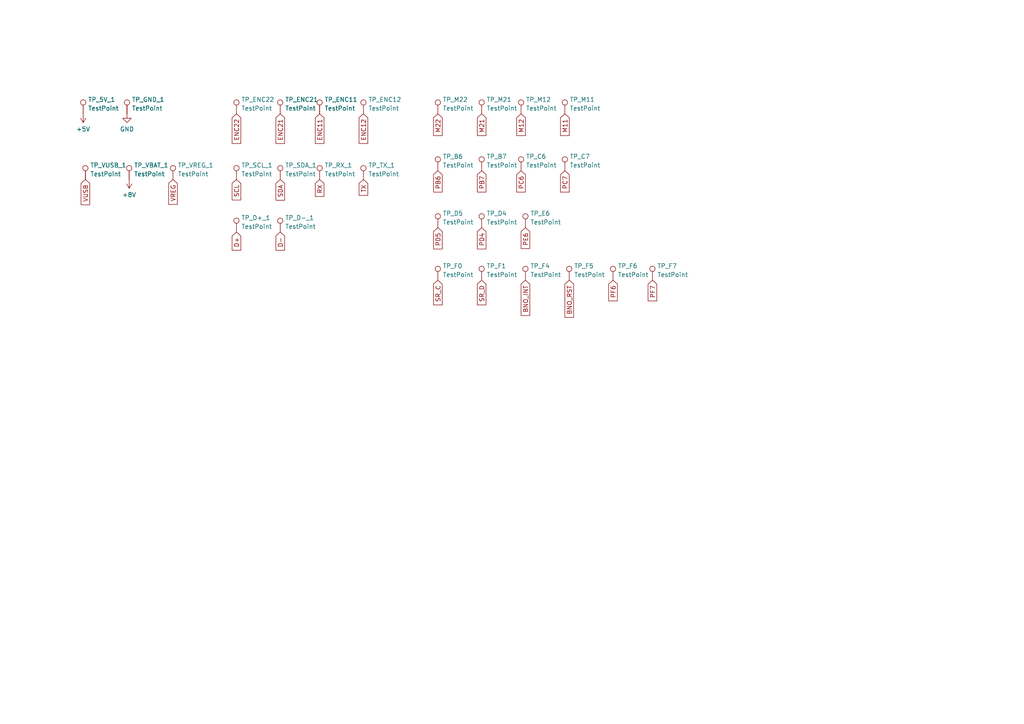
<source format=kicad_sch>
(kicad_sch (version 20211123) (generator eeschema)
  (paper "A4")
  (lib_symbols
    (symbol "Connector:TestPoint" (pin_numbers hide) (pin_names (offset 0.762) hide)
      (property "Reference" "TP" (at 0 6.858 0))
      (property "Value" "TestPoint" (at 0 5.08 0))
      (symbol "TestPoint_0_1"
        (circle (center 0 3.302) (radius 0.762))
      )
      (symbol "TestPoint_1_1"
        (pin passive line (at 0 0 90) (length 2.54) (name "1") (number "1"))
      )
    )
    (symbol "power:+5V" (power) (pin_names (offset 0))
      (property "Value" "+5V" (at 0 3.556 0))
      (symbol "+5V_0_1"
        (polyline (pts (xy -0.762 1.27) (xy 0 2.54)))
        (polyline (pts (xy 0 0) (xy 0 2.54)))
        (polyline (pts (xy 0 2.54) (xy 0.762 1.27)))
      )
      (symbol "+5V_1_1"
        (pin power_in line (at 0 0 90) (length 0) hide (name "+5V") (number "1"))
      )
    )
    (symbol "power:+8V" (power) (pin_names (offset 0))
      (property "Value" "+8V" (at 0 3.556 0))
      (symbol "+8V_0_1"
        (polyline (pts (xy -0.762 1.27) (xy 0 2.54)))
        (polyline (pts (xy 0 0) (xy 0 2.54)))
        (polyline (pts (xy 0 2.54) (xy 0.762 1.27)))
      )
      (symbol "+8V_1_1"
        (pin power_in line (at 0 0 90) (length 0) hide (name "+8V") (number "1"))
      )
    )
    (symbol "power:GND" (power) (pin_names (offset 0))
      (property "Value" "GND" (at 0 -3.81 0))
      (symbol "GND_0_1"
        (polyline (pts (xy 0 0) (xy 0 -1.27) (xy 1.27 -1.27) (xy 0 -2.54) (xy -1.27 -1.27) (xy 0 -1.27)))
      )
      (symbol "GND_1_1"
        (pin power_in line (at 0 0 270) (length 0) hide (name "GND") (number "1"))
      )
    )
  )
  (global_label "M22" (shape input) (at 127 33.02 270) (property "Intersheet References" "${INTERSHEET_REFS}" (effects hide)))
  (global_label "VREG" (shape input) (at 50.165 52.07 270) (property "Intersheet References" "${INTERSHEET_REFS}" (effects hide)))
  (global_label "SDA" (shape input) (at 81.28 52.07 270) (property "Intersheet References" "${INTERSHEET_REFS}" (effects hide)))
  (global_label "ENC21" (shape input) (at 81.28 33.02 270) (property "Intersheet References" "${INTERSHEET_REFS}" (effects hide)))
  (global_label "M21" (shape input) (at 139.7 33.02 270) (property "Intersheet References" "${INTERSHEET_REFS}" (effects hide)))
  (global_label "D+" (shape input) (at 68.58 67.31 270) (property "Intersheet References" "${INTERSHEET_REFS}" (effects hide)))
  (global_label "SCL" (shape input) (at 68.58 52.07 270) (property "Intersheet References" "${INTERSHEET_REFS}" (effects hide)))
  (global_label "PB7" (shape input) (at 139.7 49.53 270) (property "Intersheet References" "${INTERSHEET_REFS}" (effects hide)))
  (global_label "ENC11" (shape input) (at 92.71 33.02 270) (property "Intersheet References" "${INTERSHEET_REFS}" (effects hide)))
  (global_label "M11" (shape input) (at 163.83 33.02 270) (property "Intersheet References" "${INTERSHEET_REFS}" (effects hide)))
  (global_label "PC6" (shape input) (at 151.13 49.53 270) (property "Intersheet References" "${INTERSHEET_REFS}" (effects hide)))
  (global_label "D-" (shape input) (at 81.28 67.31 270) (property "Intersheet References" "${INTERSHEET_REFS}" (effects hide)))
  (global_label "ENC12" (shape input) (at 105.41 33.02 270) (property "Intersheet References" "${INTERSHEET_REFS}" (effects hide)))
  (global_label "PD5" (shape input) (at 127 66.04 270) (property "Intersheet References" "${INTERSHEET_REFS}" (effects hide)))
  (global_label "TX" (shape input) (at 105.41 52.07 270) (property "Intersheet References" "${INTERSHEET_REFS}" (effects hide)))
  (global_label "BNO_INT" (shape input) (at 152.4 81.28 270) (property "Intersheet References" "${INTERSHEET_REFS}" (effects hide)))
  (global_label "PC7" (shape input) (at 163.83 49.53 270) (property "Intersheet References" "${INTERSHEET_REFS}" (effects hide)))
  (global_label "VUSB" (shape input) (at 24.765 52.07 270) (property "Intersheet References" "${INTERSHEET_REFS}" (effects hide)))
  (global_label "PE6" (shape input) (at 152.4 66.04 270) (property "Intersheet References" "${INTERSHEET_REFS}" (effects hide)))
  (global_label "M12" (shape input) (at 151.13 33.02 270) (property "Intersheet References" "${INTERSHEET_REFS}" (effects hide)))
  (global_label "SR_C" (shape input) (at 127 81.28 270) (property "Intersheet References" "${INTERSHEET_REFS}" (effects hide)))
  (global_label "SR_D" (shape input) (at 139.7 81.28 270) (property "Intersheet References" "${INTERSHEET_REFS}" (effects hide)))
  (global_label "PB6" (shape input) (at 127 49.53 270) (property "Intersheet References" "${INTERSHEET_REFS}" (effects hide)))
  (global_label "PF7" (shape input) (at 189.23 81.28 270) (property "Intersheet References" "${INTERSHEET_REFS}" (effects hide)))
  (global_label "PD4" (shape input) (at 139.7 66.04 270) (property "Intersheet References" "${INTERSHEET_REFS}" (effects hide)))
  (global_label "ENC22" (shape input) (at 68.58 33.02 270) (property "Intersheet References" "${INTERSHEET_REFS}" (effects hide)))
  (global_label "BNO_RST" (shape input) (at 165.1 81.28 270) (property "Intersheet References" "${INTERSHEET_REFS}" (effects hide)))
  (global_label "PF6" (shape input) (at 177.8 81.28 270) (property "Intersheet References" "${INTERSHEET_REFS}" (effects hide)))
  (global_label "RX" (shape input) (at 92.71 52.07 270) (property "Intersheet References" "${INTERSHEET_REFS}" (effects hide)))
  (symbol (lib_id "Connector:TestPoint") (at 81.28 52.07 0) (unit 1)
    (property "Reference" "TP_SDA_1" (at 82.677 47.9333 0) (effects (justify left)))
    (property "Value" "TestPoint" (at 82.677 50.4702 0) (effects (justify left)))
    (property "Footprint" "TestPoint:TestPoint_Keystone_5005-5009_Compact" (effects hide))
  )
  (symbol (lib_id "Connector:TestPoint") (at 127 33.02 0) (unit 1)
    (property "Reference" "TP_M22" (at 128.397 28.8833 0) (effects (justify left)))
    (property "Value" "TestPoint" (at 128.397 31.4202 0) (effects (justify left)))
    (property "Footprint" "TestPoint:TestPoint_Keystone_5005-5009_Compact" (effects hide))
  )
  (symbol (lib_id "Connector:TestPoint") (at 92.71 33.02 0) (unit 1)
    (property "Reference" "TP_ENC11" (at 94.107 28.8833 0) (effects (justify left)))
    (property "Value" "TestPoint" (at 94.107 31.4202 0) (effects (justify left)))
    (property "Footprint" "TestPoint:TestPoint_Keystone_5005-5009_Compact" (effects hide))
  )
  (symbol (lib_id "Connector:TestPoint") (at 152.4 66.04 0) (unit 1)
    (property "Reference" "TP_E6" (at 153.797 61.9033 0) (effects (justify left)))
    (property "Value" "TestPoint" (at 153.797 64.4402 0) (effects (justify left)))
    (property "Footprint" "TestPoint:TestPoint_Keystone_5005-5009_Compact" (effects hide))
  )
  (symbol (lib_id "Connector:TestPoint") (at 151.13 33.02 0) (unit 1)
    (property "Reference" "TP_M12" (at 152.527 28.8833 0) (effects (justify left)))
    (property "Value" "TestPoint" (at 152.527 31.4202 0) (effects (justify left)))
    (property "Footprint" "TestPoint:TestPoint_Keystone_5005-5009_Compact" (effects hide))
  )
  (symbol (lib_id "Connector:TestPoint") (at 177.8 81.28 0) (unit 1)
    (property "Reference" "TP_F6" (at 179.197 77.1433 0) (effects (justify left)))
    (property "Value" "TestPoint" (at 179.197 79.6802 0) (effects (justify left)))
    (property "Footprint" "TestPoint:TestPoint_Keystone_5005-5009_Compact" (effects hide))
  )
  (symbol (lib_id "Connector:TestPoint") (at 50.165 52.07 0) (unit 1)
    (property "Reference" "TP_VREG_1" (at 51.562 47.9333 0) (effects (justify left)))
    (property "Value" "TestPoint" (at 51.562 50.4702 0) (effects (justify left)))
    (property "Footprint" "TestPoint:TestPoint_Keystone_5005-5009_Compact" (effects hide))
  )
  (symbol (lib_id "Connector:TestPoint") (at 139.7 33.02 0) (unit 1)
    (property "Reference" "TP_M21" (at 141.097 28.8833 0) (effects (justify left)))
    (property "Value" "TestPoint" (at 141.097 31.4202 0) (effects (justify left)))
    (property "Footprint" "TestPoint:TestPoint_Keystone_5005-5009_Compact" (effects hide))
  )
  (symbol (lib_id "Connector:TestPoint") (at 81.28 33.02 0) (unit 1)
    (property "Reference" "TP_ENC21" (at 82.677 28.8833 0) (effects (justify left)))
    (property "Value" "TestPoint" (at 82.677 31.4202 0) (effects (justify left)))
    (property "Footprint" "TestPoint:TestPoint_Keystone_5005-5009_Compact" (effects hide))
  )
  (symbol (lib_id "power:+5V") (at 24.13 33.02 180) (unit 1)
    (property "Reference" "#PWR0142" (effects hide))
    (property "Value" "+5V" (at 24.13 37.4634 0))
  )
  (symbol (lib_id "Connector:TestPoint") (at 127 81.28 0) (unit 1)
    (property "Reference" "TP_F0" (at 128.397 77.1433 0) (effects (justify left)))
    (property "Value" "TestPoint" (at 128.397 79.6802 0) (effects (justify left)))
    (property "Footprint" "TestPoint:TestPoint_Keystone_5005-5009_Compact" (effects hide))
  )
  (symbol (lib_id "Connector:TestPoint") (at 139.7 66.04 0) (unit 1)
    (property "Reference" "TP_D4" (at 141.097 61.9033 0) (effects (justify left)))
    (property "Value" "TestPoint" (at 141.097 64.4402 0) (effects (justify left)))
    (property "Footprint" "TestPoint:TestPoint_Keystone_5005-5009_Compact" (effects hide))
  )
  (symbol (lib_id "Connector:TestPoint") (at 68.58 52.07 0) (unit 1)
    (property "Reference" "TP_SCL_1" (at 69.977 47.9333 0) (effects (justify left)))
    (property "Value" "TestPoint" (at 69.977 50.4702 0) (effects (justify left)))
    (property "Footprint" "TestPoint:TestPoint_Keystone_5005-5009_Compact" (effects hide))
  )
  (symbol (lib_id "Connector:TestPoint") (at 36.83 33.02 0) (unit 1)
    (property "Reference" "TP_GND_1" (at 38.227 28.8833 0) (effects (justify left)))
    (property "Value" "TestPoint" (at 38.227 31.4202 0) (effects (justify left)))
    (property "Footprint" "TestPoint:TestPoint_Keystone_5005-5009_Compact" (effects hide))
  )
  (symbol (lib_id "Connector:TestPoint") (at 127 66.04 0) (unit 1)
    (property "Reference" "TP_D5" (at 128.397 61.9033 0) (effects (justify left)))
    (property "Value" "TestPoint" (at 128.397 64.4402 0) (effects (justify left)))
    (property "Footprint" "TestPoint:TestPoint_Keystone_5005-5009_Compact" (effects hide))
  )
  (symbol (lib_id "Connector:TestPoint") (at 105.41 52.07 0) (unit 1)
    (property "Reference" "TP_TX_1" (at 106.807 47.9333 0) (effects (justify left)))
    (property "Value" "TestPoint" (at 106.807 50.4702 0) (effects (justify left)))
    (property "Footprint" "TestPoint:TestPoint_Keystone_5005-5009_Compact" (effects hide))
  )
  (symbol (lib_id "Connector:TestPoint") (at 68.58 67.31 0) (unit 1)
    (property "Reference" "TP_D+_1" (at 69.977 63.1733 0) (effects (justify left)))
    (property "Value" "TestPoint" (at 69.977 65.7102 0) (effects (justify left)))
    (property "Footprint" "TestPoint:TestPoint_Keystone_5005-5009_Compact" (effects hide))
  )
  (symbol (lib_id "Connector:TestPoint") (at 152.4 81.28 0) (unit 1)
    (property "Reference" "TP_F4" (at 153.797 77.1433 0) (effects (justify left)))
    (property "Value" "TestPoint" (at 153.797 79.6802 0) (effects (justify left)))
    (property "Footprint" "TestPoint:TestPoint_Keystone_5005-5009_Compact" (effects hide))
  )
  (symbol (lib_id "Connector:TestPoint") (at 139.7 49.53 0) (unit 1)
    (property "Reference" "TP_B7" (at 141.097 45.3933 0) (effects (justify left)))
    (property "Value" "TestPoint" (at 141.097 47.9302 0) (effects (justify left)))
    (property "Footprint" "TestPoint:TestPoint_Keystone_5005-5009_Compact" (effects hide))
  )
  (symbol (lib_id "Connector:TestPoint") (at 105.41 33.02 0) (unit 1)
    (property "Reference" "TP_ENC12" (at 106.807 28.8833 0) (effects (justify left)))
    (property "Value" "TestPoint" (at 106.807 31.4202 0) (effects (justify left)))
    (property "Footprint" "TestPoint:TestPoint_Keystone_5005-5009_Compact" (effects hide))
  )
  (symbol (lib_id "Connector:TestPoint") (at 163.83 33.02 0) (unit 1)
    (property "Reference" "TP_M11" (at 165.227 28.8833 0) (effects (justify left)))
    (property "Value" "TestPoint" (at 165.227 31.4202 0) (effects (justify left)))
    (property "Footprint" "TestPoint:TestPoint_Keystone_5005-5009_Compact" (effects hide))
  )
  (symbol (lib_id "Connector:TestPoint") (at 24.13 33.02 0) (unit 1)
    (property "Reference" "TP_5V_1" (at 25.527 28.8833 0) (effects (justify left)))
    (property "Value" "TestPoint" (at 25.527 31.4202 0) (effects (justify left)))
    (property "Footprint" "TestPoint:TestPoint_Keystone_5005-5009_Compact" (effects hide))
  )
  (symbol (lib_id "Connector:TestPoint") (at 92.71 52.07 0) (unit 1)
    (property "Reference" "TP_RX_1" (at 94.107 47.9333 0) (effects (justify left)))
    (property "Value" "TestPoint" (at 94.107 50.4702 0) (effects (justify left)))
    (property "Footprint" "TestPoint:TestPoint_Keystone_5005-5009_Compact" (effects hide))
  )
  (symbol (lib_id "Connector:TestPoint") (at 37.465 52.07 0) (unit 1)
    (property "Reference" "TP_VBAT_1" (at 38.862 47.9333 0) (effects (justify left)))
    (property "Value" "TestPoint" (at 38.862 50.4702 0) (effects (justify left)))
    (property "Footprint" "TestPoint:TestPoint_Keystone_5005-5009_Compact" (effects hide))
  )
  (symbol (lib_id "Connector:TestPoint") (at 163.83 49.53 0) (unit 1)
    (property "Reference" "TP_C7" (at 165.227 45.3933 0) (effects (justify left)))
    (property "Value" "TestPoint" (at 165.227 47.9302 0) (effects (justify left)))
    (property "Footprint" "TestPoint:TestPoint_Keystone_5005-5009_Compact" (effects hide))
  )
  (symbol (lib_id "Connector:TestPoint") (at 68.58 33.02 0) (unit 1)
    (property "Reference" "TP_ENC22" (at 69.977 28.8833 0) (effects (justify left)))
    (property "Value" "TestPoint" (at 69.977 31.4202 0) (effects (justify left)))
    (property "Footprint" "TestPoint:TestPoint_Keystone_5005-5009_Compact" (effects hide))
  )
  (symbol (lib_id "Connector:TestPoint") (at 81.28 67.31 0) (unit 1)
    (property "Reference" "TP_D-_1" (at 82.677 63.1733 0) (effects (justify left)))
    (property "Value" "TestPoint" (at 82.677 65.7102 0) (effects (justify left)))
    (property "Footprint" "TestPoint:TestPoint_Keystone_5005-5009_Compact" (effects hide))
  )
  (symbol (lib_id "Connector:TestPoint") (at 151.13 49.53 0) (unit 1)
    (property "Reference" "TP_C6" (at 152.527 45.3933 0) (effects (justify left)))
    (property "Value" "TestPoint" (at 152.527 47.9302 0) (effects (justify left)))
    (property "Footprint" "TestPoint:TestPoint_Keystone_5005-5009_Compact" (effects hide))
  )
  (symbol (lib_id "power:+8V") (at 37.465 52.07 180) (unit 1)
    (property "Reference" "#PWR?" (effects hide))
    (property "Value" "+8V" (at 37.465 56.5134 0))
  )
  (symbol (lib_id "Connector:TestPoint") (at 189.23 81.28 0) (unit 1)
    (property "Reference" "TP_F7" (at 190.627 77.1433 0) (effects (justify left)))
    (property "Value" "TestPoint" (at 190.627 79.6802 0) (effects (justify left)))
    (property "Footprint" "TestPoint:TestPoint_Keystone_5005-5009_Compact" (effects hide))
  )
  (symbol (lib_id "power:GND") (at 36.83 33.02 0) (unit 1)
    (property "Reference" "#PWR0143" (effects hide))
    (property "Value" "GND" (at 36.83 37.4634 0))
  )
  (symbol (lib_id "Connector:TestPoint") (at 127 49.53 0) (unit 1)
    (property "Reference" "TP_B6" (at 128.397 45.3933 0) (effects (justify left)))
    (property "Value" "TestPoint" (at 128.397 47.9302 0) (effects (justify left)))
    (property "Footprint" "TestPoint:TestPoint_Keystone_5005-5009_Compact" (effects hide))
  )
  (symbol (lib_id "Connector:TestPoint") (at 165.1 81.28 0) (unit 1)
    (property "Reference" "TP_F5" (at 166.497 77.1433 0) (effects (justify left)))
    (property "Value" "TestPoint" (at 166.497 79.6802 0) (effects (justify left)))
    (property "Footprint" "TestPoint:TestPoint_Keystone_5005-5009_Compact" (effects hide))
  )
  (symbol (lib_id "Connector:TestPoint") (at 24.765 52.07 0) (unit 1)
    (property "Reference" "TP_VUSB_1" (at 26.162 47.9333 0) (effects (justify left)))
    (property "Value" "TestPoint" (at 26.162 50.4702 0) (effects (justify left)))
    (property "Footprint" "TestPoint:TestPoint_Keystone_5005-5009_Compact" (effects hide))
  )
  (symbol (lib_id "Connector:TestPoint") (at 139.7 81.28 0) (unit 1)
    (property "Reference" "TP_F1" (at 141.097 77.1433 0) (effects (justify left)))
    (property "Value" "TestPoint" (at 141.097 79.6802 0) (effects (justify left)))
    (property "Footprint" "TestPoint:TestPoint_Keystone_5005-5009_Compact" (effects hide))
  )
)
</source>
